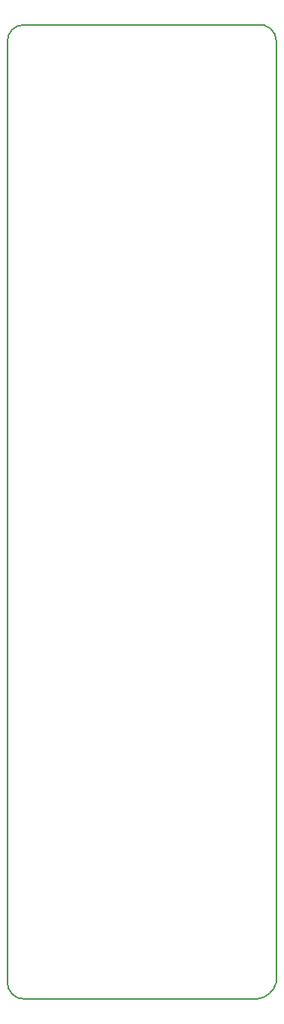
<source format=gbr>
G04 DipTrace 4.0.0.5*
G04 BoardOutline.gbr*
%MOIN*%
G04 #@! TF.FileFunction,Profile*
G04 #@! TF.Part,Single*
%ADD12C,0.005512*%
%FSLAX26Y26*%
G04*
G70*
G90*
G75*
G01*
G04 BoardOutline*
%LPD*%
X468749Y393749D2*
D12*
X1493749D1*
G03X1581249Y468749I-7859J97711D01*
G01*
Y4606249D1*
G03X1493749Y4681249I-74327J1827D01*
G01*
X468749D1*
G03X393749Y4606249I-2643J-72357D01*
G01*
Y468749D1*
G03X468749Y393749I72357J-2643D01*
G01*
M02*

</source>
